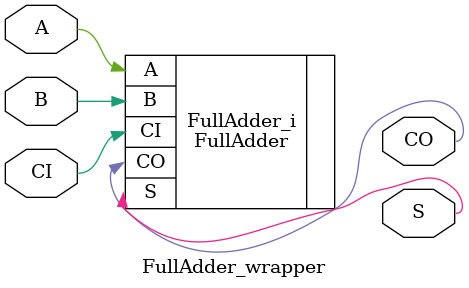
<source format=v>
`timescale 1 ps / 1 ps

module FullAdder_wrapper
   (A,
    B,
    CI,
    CO,
    S);
  input A;
  input B;
  input CI;
  output CO;
  output S;

  wire A;
  wire B;
  wire CI;
  wire CO;
  wire S;

  FullAdder FullAdder_i
       (.A(A),
        .B(B),
        .CI(CI),
        .CO(CO),
        .S(S));
endmodule

</source>
